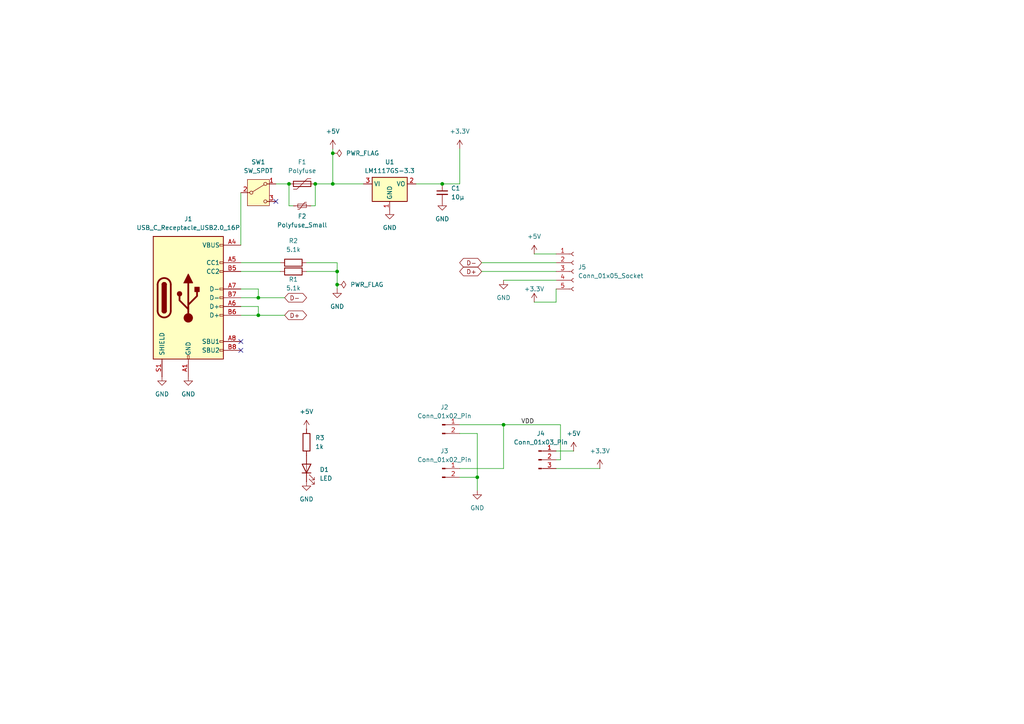
<source format=kicad_sch>
(kicad_sch (version 20250114) (generator "eeschema") (generator_version "9.0")
  (paper "A4")
  (title_block (title "USB Type-C Power Adaptor for Breadboard") (date "2025-07-14") (rev "3") (company "K.Takata"))
  (lib_symbols
    (symbol "Connector:Conn_01x02_Pin" (pin_names (offset 1.016) (hide yes))
      (property "Reference" "J" (at 0 2.54 0))
      (property "Value" "Conn_01x02_Pin" (at 0 -5.08 0))
      (symbol "Conn_01x02_Pin_1_1"
        (rectangle (start 0.8636 0.127) (end 0 -0.127) (stroke (width 0.1524)) (fill (type outline)))
        (rectangle (start 0.8636 -2.413) (end 0 -2.667) (stroke (width 0.1524)) (fill (type outline)))
        (polyline (pts (xy 1.27 0) (xy 0.8636 0)) (stroke (width 0.1524)))
        (polyline (pts (xy 1.27 -2.54) (xy 0.8636 -2.54)) (stroke (width 0.1524)))
        (pin passive line (at 5.08 0 180) (length 3.81) (name "Pin_1") (number "1"))
        (pin passive line (at 5.08 -2.54 180) (length 3.81) (name "Pin_2") (number "2"))
      )
    )
    (symbol "Connector:Conn_01x03_Pin" (pin_names (offset 1.016) (hide yes))
      (property "Reference" "J" (at 0 5.08 0))
      (property "Value" "Conn_01x03_Pin" (at 0 -5.08 0))
      (symbol "Conn_01x03_Pin_1_1"
        (rectangle (start 0.8636 2.667) (end 0 2.413) (stroke (width 0.1524)) (fill (type outline)))
        (rectangle (start 0.8636 0.127) (end 0 -0.127) (stroke (width 0.1524)) (fill (type outline)))
        (rectangle (start 0.8636 -2.413) (end 0 -2.667) (stroke (width 0.1524)) (fill (type outline)))
        (polyline (pts (xy 1.27 2.54) (xy 0.8636 2.54)) (stroke (width 0.1524)))
        (polyline (pts (xy 1.27 0) (xy 0.8636 0)) (stroke (width 0.1524)))
        (polyline (pts (xy 1.27 -2.54) (xy 0.8636 -2.54)) (stroke (width 0.1524)))
        (pin passive line (at 5.08 2.54 180) (length 3.81) (name "Pin_1") (number "1"))
        (pin passive line (at 5.08 0 180) (length 3.81) (name "Pin_2") (number "2"))
        (pin passive line (at 5.08 -2.54 180) (length 3.81) (name "Pin_3") (number "3"))
      )
    )
    (symbol "Connector:Conn_01x05_Socket" (pin_names (offset 1.016) (hide yes))
      (property "Reference" "J" (at 0 7.62 0))
      (property "Value" "Conn_01x05_Socket" (at 0 -7.62 0))
      (symbol "Conn_01x05_Socket_1_1"
        (polyline (pts (xy -1.27 5.08) (xy -0.508 5.08)) (stroke (width 0.1524)))
        (polyline (pts (xy -1.27 2.54) (xy -0.508 2.54)) (stroke (width 0.1524)))
        (polyline (pts (xy -1.27 0) (xy -0.508 0)) (stroke (width 0.1524)))
        (polyline (pts (xy -1.27 -2.54) (xy -0.508 -2.54)) (stroke (width 0.1524)))
        (polyline (pts (xy -1.27 -5.08) (xy -0.508 -5.08)) (stroke (width 0.1524)))
        (arc (start 0 4.572) (mid -0.5058 5.08) (end 0 5.588) (stroke (width 0.1524)))
        (arc (start 0 2.032) (mid -0.5058 2.54) (end 0 3.048) (stroke (width 0.1524)))
        (arc (start 0 -0.508) (mid -0.5058 0) (end 0 0.508) (stroke (width 0.1524)))
        (arc (start 0 -3.048) (mid -0.5058 -2.54) (end 0 -2.032) (stroke (width 0.1524)))
        (arc (start 0 -5.588) (mid -0.5058 -5.08) (end 0 -4.572) (stroke (width 0.1524)))
        (pin passive line (at -5.08 5.08 0) (length 3.81) (name "Pin_1") (number "1"))
        (pin passive line (at -5.08 2.54 0) (length 3.81) (name "Pin_2") (number "2"))
        (pin passive line (at -5.08 0 0) (length 3.81) (name "Pin_3") (number "3"))
        (pin passive line (at -5.08 -2.54 0) (length 3.81) (name "Pin_4") (number "4"))
        (pin passive line (at -5.08 -5.08 0) (length 3.81) (name "Pin_5") (number "5"))
      )
    )
    (symbol "Connector:USB_C_Receptacle_USB2.0_16P" (pin_names (offset 1.016))
      (property "Reference" "J" (at 0 22.225 0))
      (property "Value" "USB_C_Receptacle_USB2.0_16P" (at 0 19.685 0))
      (symbol "USB_C_Receptacle_USB2.0_16P_0_0"
        (rectangle (start -0.254 -17.78) (end 0.254 -16.764))
        (rectangle (start 10.16 15.494) (end 9.144 14.986))
        (rectangle (start 10.16 10.414) (end 9.144 9.906))
        (rectangle (start 10.16 7.874) (end 9.144 7.366))
        (rectangle (start 10.16 2.794) (end 9.144 2.286))
        (rectangle (start 10.16 0.254) (end 9.144 -0.254))
        (rectangle (start 10.16 -2.286) (end 9.144 -2.794))
        (rectangle (start 10.16 -4.826) (end 9.144 -5.334))
        (rectangle (start 10.16 -12.446) (end 9.144 -12.954))
        (rectangle (start 10.16 -14.986) (end 9.144 -15.494))
      )
      (symbol "USB_C_Receptacle_USB2.0_16P_0_1"
        (rectangle (start -10.16 17.78) (end 10.16 -17.78) (stroke (width 0.254)) (fill (type background)))
        (polyline (pts (xy -8.89 -3.81) (xy -8.89 3.81)) (stroke (width 0.508)))
        (rectangle (start -7.62 -3.81) (end -6.35 3.81) (stroke (width 0.254)) (fill (type outline)))
        (arc (start -7.62 3.81) (mid -6.985 4.4423) (end -6.35 3.81) (stroke (width 0.254)))
        (arc (start -7.62 3.81) (mid -6.985 4.4423) (end -6.35 3.81) (stroke (width 0.254)) (fill (type outline)))
        (arc (start -8.89 3.81) (mid -6.985 5.7067) (end -5.08 3.81) (stroke (width 0.508)))
        (arc (start -5.08 -3.81) (mid -6.985 -5.7067) (end -8.89 -3.81) (stroke (width 0.508)))
        (arc (start -6.35 -3.81) (mid -6.985 -4.4423) (end -7.62 -3.81) (stroke (width 0.254)))
        (arc (start -6.35 -3.81) (mid -6.985 -4.4423) (end -7.62 -3.81) (stroke (width 0.254)) (fill (type outline)))
        (polyline (pts (xy -5.08 3.81) (xy -5.08 -3.81)) (stroke (width 0.508)))
        (circle (center -2.54 1.143) (radius 0.635) (stroke (width 0.254)) (fill (type outline)))
        (polyline (pts (xy -1.27 4.318) (xy 0 6.858) (xy 1.27 4.318) (xy -1.27 4.318)) (stroke (width 0.254)) (fill (type outline)))
        (polyline (pts (xy 0 -2.032) (xy 2.54 0.508) (xy 2.54 1.778)) (stroke (width 0.508)))
        (polyline (pts (xy 0 -3.302) (xy -2.54 -0.762) (xy -2.54 0.508)) (stroke (width 0.508)))
        (polyline (pts (xy 0 -5.842) (xy 0 4.318)) (stroke (width 0.508)))
        (circle (center 0 -5.842) (radius 1.27) (fill (type outline)))
        (rectangle (start 1.905 1.778) (end 3.175 3.048) (stroke (width 0.254)) (fill (type outline)))
      )
      (symbol "USB_C_Receptacle_USB2.0_16P_1_1"
        (pin passive line (at -7.62 -22.86 90) (length 5.08) (name "SHIELD") (number "S1"))
        (pin passive line (at 0 -22.86 90) (length 5.08) (name "GND") (number "A1"))
        (pin passive line (at 0 -22.86 90) (length 5.08) (hide yes) (name "GND") (number "A12"))
        (pin passive line (at 0 -22.86 90) (length 5.08) (hide yes) (name "GND") (number "B1"))
        (pin passive line (at 0 -22.86 90) (length 5.08) (hide yes) (name "GND") (number "B12"))
        (pin passive line (at 15.24 15.24 180) (length 5.08) (name "VBUS") (number "A4"))
        (pin passive line (at 15.24 15.24 180) (length 5.08) (hide yes) (name "VBUS") (number "A9"))
        (pin passive line (at 15.24 15.24 180) (length 5.08) (hide yes) (name "VBUS") (number "B4"))
        (pin passive line (at 15.24 15.24 180) (length 5.08) (hide yes) (name "VBUS") (number "B9"))
        (pin bidirectional line (at 15.24 10.16 180) (length 5.08) (name "CC1") (number "A5"))
        (pin bidirectional line (at 15.24 7.62 180) (length 5.08) (name "CC2") (number "B5"))
        (pin bidirectional line (at 15.24 2.54 180) (length 5.08) (name "D-") (number "A7"))
        (pin bidirectional line (at 15.24 0 180) (length 5.08) (name "D-") (number "B7"))
        (pin bidirectional line (at 15.24 -2.54 180) (length 5.08) (name "D+") (number "A6"))
        (pin bidirectional line (at 15.24 -5.08 180) (length 5.08) (name "D+") (number "B6"))
        (pin bidirectional line (at 15.24 -12.7 180) (length 5.08) (name "SBU1") (number "A8"))
        (pin bidirectional line (at 15.24 -15.24 180) (length 5.08) (name "SBU2") (number "B8"))
      )
    )
    (symbol "Device:C_Small" (pin_numbers (hide yes)) (pin_names (offset 0.254) (hide yes))
      (property "Reference" "C" (at 0.254 1.778 0))
      (property "Value" "C_Small" (at 0.254 -2.032 0))
      (symbol "C_Small_0_1"
        (polyline (pts (xy -1.524 0.508) (xy 1.524 0.508)) (stroke (width 0.3048)))
        (polyline (pts (xy -1.524 -0.508) (xy 1.524 -0.508)) (stroke (width 0.3302)))
      )
      (symbol "C_Small_1_1"
        (pin passive line (at 0 2.54 270) (length 2.032) (name "~") (number "1"))
        (pin passive line (at 0 -2.54 90) (length 2.032) (name "~") (number "2"))
      )
    )
    (symbol "Device:LED" (pin_numbers (hide yes)) (pin_names (offset 1.016) (hide yes))
      (property "Reference" "D" (at 0 2.54 0))
      (property "Value" "LED" (at 0 -2.54 0))
      (symbol "LED_0_1"
        (polyline (pts (xy -3.048 -0.762) (xy -4.572 -2.286) (xy -3.81 -2.286) (xy -4.572 -2.286) (xy -4.572 -1.524)))
        (polyline (pts (xy -1.778 -0.762) (xy -3.302 -2.286) (xy -2.54 -2.286) (xy -3.302 -2.286) (xy -3.302 -1.524)))
        (polyline (pts (xy -1.27 0) (xy 1.27 0)))
        (polyline (pts (xy -1.27 -1.27) (xy -1.27 1.27)) (stroke (width 0.254)))
        (polyline (pts (xy 1.27 -1.27) (xy 1.27 1.27) (xy -1.27 0) (xy 1.27 -1.27)) (stroke (width 0.254)))
      )
      (symbol "LED_1_1"
        (pin passive line (at -3.81 0 0) (length 2.54) (name "K") (number "1"))
        (pin passive line (at 3.81 0 180) (length 2.54) (name "A") (number "2"))
      )
    )
    (symbol "Device:Polyfuse" (pin_numbers (hide yes)) (pin_names (offset 0))
      (property "Reference" "F" (at -2.54 0 90))
      (property "Value" "Polyfuse" (at 2.54 0 90))
      (symbol "Polyfuse_0_1"
        (polyline (pts (xy -1.524 2.54) (xy -1.524 1.524) (xy 1.524 -1.524) (xy 1.524 -2.54)))
        (rectangle (start -0.762 2.54) (end 0.762 -2.54) (stroke (width 0.254)))
        (polyline (pts (xy 0 2.54) (xy 0 -2.54)))
      )
      (symbol "Polyfuse_1_1"
        (pin passive line (at 0 3.81 270) (length 1.27) (name "~") (number "1"))
        (pin passive line (at 0 -3.81 90) (length 1.27) (name "~") (number "2"))
      )
    )
    (symbol "Device:Polyfuse_Small" (pin_numbers (hide yes)) (pin_names (offset 0))
      (property "Reference" "F" (at -1.905 0 90))
      (property "Value" "Polyfuse_Small" (at 1.905 0 90))
      (symbol "Polyfuse_Small_0_1"
        (polyline (pts (xy -1.016 1.27) (xy -1.016 0.762) (xy 1.016 -0.762) (xy 1.016 -1.27)))
        (rectangle (start -0.508 1.27) (end 0.508 -1.27))
        (polyline (pts (xy 0 2.54) (xy 0 -2.54)))
      )
      (symbol "Polyfuse_Small_1_1"
        (pin passive line (at 0 2.54 270) (length 0.635) (name "~") (number "1"))
        (pin passive line (at 0 -2.54 90) (length 0.635) (name "~") (number "2"))
      )
    )
    (symbol "Device:R" (pin_numbers (hide yes)) (pin_names (offset 0))
      (property "Reference" "R" (at 2.032 0 90))
      (property "Value" "R" (at 0 0 90))
      (symbol "R_0_1"
        (rectangle (start -1.016 -2.54) (end 1.016 2.54) (stroke (width 0.254)))
      )
      (symbol "R_1_1"
        (pin passive line (at 0 3.81 270) (length 1.27) (name "~") (number "1"))
        (pin passive line (at 0 -3.81 90) (length 1.27) (name "~") (number "2"))
      )
    )
    (symbol "Regulator_Linear:AP1117-33"
      (property "Reference" "U" (at -3.81 3.175 0))
      (property "Value" "AP1117-33" (at 0 3.175 0))
      (symbol "AP1117-33_0_1"
        (rectangle (start -5.08 -5.08) (end 5.08 1.905) (stroke (width 0.254)) (fill (type background)))
      )
      (symbol "AP1117-33_1_1"
        (pin power_in line (at -7.62 0 0) (length 2.54) (name "VI") (number "3"))
        (pin power_in line (at 0 -7.62 90) (length 2.54) (name "GND") (number "1"))
        (pin power_out line (at 7.62 0 180) (length 2.54) (name "VO") (number "2"))
      )
    )
    (symbol "Switch:SW_SPDT" (pin_names (offset 0) (hide yes))
      (property "Reference" "SW" (at 0 5.08 0))
      (property "Value" "SW_SPDT" (at 0 -5.08 0))
      (symbol "SW_SPDT_0_1"
        (circle (center -2.032 0) (radius 0.4572))
        (polyline (pts (xy -1.651 0.254) (xy 1.651 2.286)))
        (circle (center 2.032 2.54) (radius 0.4572))
        (circle (center 2.032 -2.54) (radius 0.4572))
      )
      (symbol "SW_SPDT_1_1"
        (rectangle (start -3.175 3.81) (end 3.175 -3.81) (fill (type background)))
        (pin passive line (at -5.08 0 0) (length 2.54) (name "B") (number "2"))
        (pin passive line (at 5.08 2.54 180) (length 2.54) (name "A") (number "1"))
        (pin passive line (at 5.08 -2.54 180) (length 2.54) (name "C") (number "3"))
      )
    )
    (symbol "power:+3.3V" (power) (pin_numbers (hide yes)) (pin_names (offset 0) (hide yes))
      (property "Value" "+3.3V" (at 0 3.556 0))
      (symbol "+3.3V_0_1"
        (polyline (pts (xy -0.762 1.27) (xy 0 2.54)))
        (polyline (pts (xy 0 2.54) (xy 0.762 1.27)))
        (polyline (pts (xy 0 0) (xy 0 2.54)))
      )
      (symbol "+3.3V_1_1"
        (pin power_in line (at 0 0 90) (length 0) (name "~") (number "1"))
      )
    )
    (symbol "power:+5V" (power) (pin_numbers (hide yes)) (pin_names (offset 0) (hide yes))
      (property "Value" "+5V" (at 0 3.556 0))
      (symbol "+5V_0_1"
        (polyline (pts (xy -0.762 1.27) (xy 0 2.54)))
        (polyline (pts (xy 0 2.54) (xy 0.762 1.27)))
        (polyline (pts (xy 0 0) (xy 0 2.54)))
      )
      (symbol "+5V_1_1"
        (pin power_in line (at 0 0 90) (length 0) (name "~") (number "1"))
      )
    )
    (symbol "power:GND" (power) (pin_numbers (hide yes)) (pin_names (offset 0) (hide yes))
      (property "Value" "GND" (at 0 -3.81 0))
      (symbol "GND_0_1"
        (polyline (pts (xy 0 0) (xy 0 -1.27) (xy 1.27 -1.27) (xy 0 -2.54) (xy -1.27 -1.27) (xy 0 -1.27)))
      )
      (symbol "GND_1_1"
        (pin power_in line (at 0 0 270) (length 0) (name "~") (number "1"))
      )
    )
    (symbol "power:PWR_FLAG" (power) (pin_numbers (hide yes)) (pin_names (offset 0) (hide yes))
      (property "Value" "PWR_FLAG" (at 0 3.81 0))
      (symbol "PWR_FLAG_0_0"
        (pin power_out line (at 0 0 90) (length 0) (name "~") (number "1"))
      )
      (symbol "PWR_FLAG_0_1"
        (polyline (pts (xy 0 0) (xy 0 1.27) (xy -1.016 1.905) (xy 0 2.54) (xy 1.016 1.905) (xy 0 1.27)))
      )
    )
  )
  (junction (at 97.79 78.74))
  (junction (at 74.93 86.36))
  (junction (at 128.27 53.34))
  (junction (at 96.52 53.34))
  (junction (at 96.52 44.45))
  (junction (at 138.43 138.43))
  (junction (at 91.44 53.34))
  (junction (at 74.93 91.44))
  (junction (at 97.79 82.55))
  (junction (at 146.05 123.19))
  (junction (at 83.82 53.34))
  (no_connect (at 69.85 99.06))
  (no_connect (at 80.01 58.42))
  (no_connect (at 69.85 101.6))
  (wire (pts (xy 146.05 81.28) (xy 161.29 81.28)))
  (wire (pts (xy 139.7 78.74) (xy 161.29 78.74)))
  (wire (pts (xy 162.56 133.35) (xy 161.29 133.35)))
  (wire (pts (xy 85.09 59.69) (xy 83.82 59.69)))
  (wire (pts (xy 133.35 135.89) (xy 146.05 135.89)))
  (wire (pts (xy 97.79 76.2) (xy 97.79 78.74)))
  (wire (pts (xy 133.35 138.43) (xy 138.43 138.43)))
  (wire (pts (xy 74.93 91.44) (xy 82.55 91.44)))
  (wire (pts (xy 161.29 130.81) (xy 166.37 130.81)))
  (wire (pts (xy 69.85 78.74) (xy 81.28 78.74)))
  (wire (pts (xy 97.79 82.55) (xy 97.79 83.82)))
  (wire (pts (xy 96.52 44.45) (xy 96.52 53.34)))
  (wire (pts (xy 96.52 43.18) (xy 96.52 44.45)))
  (wire (pts (xy 154.94 73.66) (xy 161.29 73.66)))
  (wire (pts (xy 128.27 53.34) (xy 120.65 53.34)))
  (wire (pts (xy 91.44 59.69) (xy 91.44 53.34)))
  (wire (pts (xy 161.29 135.89) (xy 173.99 135.89)))
  (wire (pts (xy 74.93 83.82) (xy 74.93 86.36)))
  (wire (pts (xy 146.05 135.89) (xy 146.05 123.19)))
  (wire (pts (xy 69.85 91.44) (xy 74.93 91.44)))
  (wire (pts (xy 138.43 138.43) (xy 138.43 142.24)))
  (wire (pts (xy 139.7 76.2) (xy 161.29 76.2)))
  (wire (pts (xy 96.52 53.34) (xy 105.41 53.34)))
  (wire (pts (xy 133.35 123.19) (xy 146.05 123.19)))
  (wire (pts (xy 133.35 43.18) (xy 133.35 53.34)))
  (wire (pts (xy 88.9 78.74) (xy 97.79 78.74)))
  (wire (pts (xy 69.85 86.36) (xy 74.93 86.36)))
  (wire (pts (xy 69.85 76.2) (xy 81.28 76.2)))
  (wire (pts (xy 162.56 123.19) (xy 162.56 133.35)))
  (wire (pts (xy 138.43 125.73) (xy 138.43 138.43)))
  (wire (pts (xy 161.29 83.82) (xy 161.29 87.63)))
  (wire (pts (xy 74.93 88.9) (xy 74.93 91.44)))
  (wire (pts (xy 97.79 78.74) (xy 97.79 82.55)))
  (wire (pts (xy 74.93 86.36) (xy 82.55 86.36)))
  (wire (pts (xy 161.29 87.63) (xy 154.94 87.63)))
  (wire (pts (xy 80.01 53.34) (xy 83.82 53.34)))
  (wire (pts (xy 133.35 53.34) (xy 128.27 53.34)))
  (wire (pts (xy 69.85 88.9) (xy 74.93 88.9)))
  (wire (pts (xy 83.82 59.69) (xy 83.82 53.34)))
  (wire (pts (xy 88.9 76.2) (xy 97.79 76.2)))
  (wire (pts (xy 91.44 53.34) (xy 96.52 53.34)))
  (wire (pts (xy 146.05 123.19) (xy 162.56 123.19)))
  (wire (pts (xy 69.85 83.82) (xy 74.93 83.82)))
  (wire (pts (xy 133.35 125.73) (xy 138.43 125.73)))
  (wire (pts (xy 69.85 55.88) (xy 69.85 71.12)))
  (wire (pts (xy 90.17 59.69) (xy 91.44 59.69)))
  (label "VDD" (at 151.13 123.19 0))
  (global_label "D+" (shape bidirectional) (at 139.7 78.74 180) (property "Intersheetrefs" "${INTERSHEET_REFS}" (effects (hide yes))))
  (global_label "D+" (shape bidirectional) (at 82.55 91.44 0) (property "Intersheetrefs" "${INTERSHEET_REFS}" (effects (hide yes))))
  (global_label "D-" (shape bidirectional) (at 82.55 86.36 0) (property "Intersheetrefs" "${INTERSHEET_REFS}" (effects (hide yes))))
  (global_label "D-" (shape bidirectional) (at 139.7 76.2 180) (property "Intersheetrefs" "${INTERSHEET_REFS}" (effects (hide yes))))
  (symbol (lib_id "Device:Polyfuse") (at 87.63 53.34 90) (unit 1)
    (property "Reference" "F1" (at 87.63 46.99 90))
    (property "Value" "Polyfuse" (at 87.63 49.53 90))
    (property "Footprint" "Capacitor_THT:C_Disc_D4.3mm_W1.9mm_P5.00mm" (effects (hide yes)))
    (property "Description" "Resettable fuse, polymeric positive temperature coefficient" (effects (hide yes)))
  )
  (symbol (lib_id "power:+5V") (at 96.52 43.18 0) (unit 1)
    (property "Reference" "#PWR05" (effects (hide yes)))
    (property "Value" "+5V" (at 96.52 38.1 0))
    (property "Description" "Power symbol creates a global label with name \"+5V\"" (effects (hide yes)))
  )
  (symbol (lib_id "power:GND") (at 54.61 109.22 0) (unit 1)
    (property "Reference" "#PWR02" (effects (hide yes)))
    (property "Value" "GND" (at 54.61 114.3 0))
    (property "Description" "Power symbol creates a global label with name \"GND\" , ground" (effects (hide yes)))
  )
  (symbol (lib_id "power:GND") (at 46.99 109.22 0) (unit 1)
    (property "Reference" "#PWR01" (effects (hide yes)))
    (property "Value" "GND" (at 46.99 114.3 0))
    (property "Description" "Power symbol creates a global label with name \"GND\" , ground" (effects (hide yes)))
  )
  (symbol (lib_id "Device:R") (at 85.09 76.2 90) (unit 1)
    (property "Reference" "R2" (at 85.09 69.85 90))
    (property "Value" "5.1k" (at 85.09 72.39 90))
    (property "Footprint" "Resistor_SMD:R_0603_1608Metric_Pad0.98x0.95mm_HandSolder" (effects (hide yes)))
    (property "Description" "Resistor" (effects (hide yes)))
  )
  (symbol (lib_id "Connector:Conn_01x03_Pin") (at 156.21 133.35 0) (unit 1)
    (property "Reference" "J4" (at 156.845 125.73 0))
    (property "Value" "Conn_01x03_Pin" (at 156.845 128.27 0))
    (property "Footprint" "Connector_PinHeader_2.54mm:PinHeader_1x03_P2.54mm_Vertical" (effects (hide yes)))
    (property "Description" "Generic connector, single row, 01x03, script generated" (effects (hide yes)))
  )
  (symbol (lib_id "Device:C_Small") (at 128.27 55.88 0) (unit 1)
    (property "Reference" "C1" (at 130.81 54.6162 0) (effects (justify left)))
    (property "Value" "10μ" (at 130.81 57.1562 0) (effects (justify left)))
    (property "Footprint" "Capacitor_SMD:C_1210_3225Metric_Pad1.33x2.70mm_HandSolder" (effects (hide yes)))
    (property "Description" "Unpolarized capacitor, small symbol" (effects (hide yes)))
  )
  (symbol (lib_id "power:PWR_FLAG") (at 96.52 44.45 270) (unit 1)
    (property "Reference" "#FLG01" (effects (hide yes)))
    (property "Value" "PWR_FLAG" (at 100.33 44.4499 90) (effects (justify left)))
    (property "Description" "Special symbol for telling ERC where power comes from" (effects (hide yes)))
  )
  (symbol (lib_id "power:GND") (at 138.43 142.24 0) (unit 1)
    (property "Reference" "#PWR010" (effects (hide yes)))
    (property "Value" "GND" (at 138.43 147.32 0))
    (property "Description" "Power symbol creates a global label with name \"GND\" , ground" (effects (hide yes)))
  )
  (symbol (lib_id "power:+3.3V") (at 173.99 135.89 0) (unit 1)
    (property "Reference" "#PWR015" (effects (hide yes)))
    (property "Value" "+3.3V" (at 173.99 130.81 0))
    (property "Description" "Power symbol creates a global label with name \"+3.3V\"" (effects (hide yes)))
  )
  (symbol (lib_id "power:GND") (at 128.27 58.42 0) (unit 1)
    (property "Reference" "#PWR08" (effects (hide yes)))
    (property "Value" "GND" (at 128.27 63.5 0))
    (property "Description" "Power symbol creates a global label with name \"GND\" , ground" (effects (hide yes)))
  )
  (symbol (lib_id "Switch:SW_SPDT") (at 74.93 55.88 0) (unit 1)
    (property "Reference" "SW1" (at 74.93 46.99 0))
    (property "Value" "SW_SPDT" (at 74.93 49.53 0))
    (property "Footprint" "Connector_PinHeader_2.54mm:PinHeader_1x03_P2.54mm_Vertical" (effects (hide yes)))
    (property "Description" "Switch, single pole double throw" (effects (hide yes)))
  )
  (symbol (lib_id "power:+5V") (at 154.94 73.66 0) (unit 1)
    (property "Reference" "#PWR012" (effects (hide yes)))
    (property "Value" "+5V" (at 154.94 68.58 0))
    (property "Description" "Power symbol creates a global label with name \"+5V\"" (effects (hide yes)))
  )
  (symbol (lib_id "power:PWR_FLAG") (at 97.79 82.55 270) (unit 1)
    (property "Reference" "#FLG02" (effects (hide yes)))
    (property "Value" "PWR_FLAG" (at 101.6 82.5499 90) (effects (justify left)))
    (property "Description" "Special symbol for telling ERC where power comes from" (effects (hide yes)))
  )
  (symbol (lib_id "power:GND") (at 88.9 139.7 0) (unit 1)
    (property "Reference" "#PWR04" (effects (hide yes)))
    (property "Value" "GND" (at 88.9 144.78 0))
    (property "Description" "Power symbol creates a global label with name \"GND\" , ground" (effects (hide yes)))
  )
  (symbol (lib_id "Device:Polyfuse_Small") (at 87.63 59.69 90) (unit 1)
    (property "Reference" "F2" (at 87.63 62.738 90))
    (property "Value" "Polyfuse_Small" (at 87.63 65.278 90))
    (property "Footprint" "Fuse:Fuse_1206_3216Metric_Pad1.42x1.75mm_HandSolder" (effects (hide yes)))
    (property "Description" "Resettable fuse, polymeric positive temperature coefficient, small symbol" (effects (hide yes)))
  )
  (symbol (lib_id "Connector:USB_C_Receptacle_USB2.0_16P") (at 54.61 86.36 0) (unit 1)
    (property "Reference" "J1" (at 54.61 63.5 0))
    (property "Value" "USB_C_Receptacle_USB2.0_16P" (at 54.61 66.04 0))
    (property "Footprint" "Connector_USB:USB_C_Receptacle_XKB_U262-16XN-4BVC11" (effects (hide yes)))
    (property "Datasheet" "https://www.usb.org/sites/default/files/documents/usb_type-c.zip" (effects (hide yes)))
    (property "Description" "USB 2.0-only 16P Type-C Receptacle connector" (effects (hide yes)))
  )
  (symbol (lib_id "Connector:Conn_01x02_Pin") (at 128.27 123.19 0) (unit 1)
    (property "Reference" "J2" (at 128.905 118.11 0))
    (property "Value" "Conn_01x02_Pin" (at 128.905 120.65 0))
    (property "Footprint" "Connector_PinHeader_2.54mm:PinHeader_1x02_P2.54mm_Vertical" (effects (hide yes)))
    (property "Description" "Generic connector, single row, 01x02, script generated" (effects (hide yes)))
  )
  (symbol (lib_id "Connector:Conn_01x02_Pin") (at 128.27 135.89 0) (unit 1)
    (property "Reference" "J3" (at 128.905 130.81 0))
    (property "Value" "Conn_01x02_Pin" (at 128.905 133.35 0))
    (property "Footprint" "Connector_PinHeader_2.54mm:PinHeader_1x02_P2.54mm_Vertical" (effects (hide yes)))
    (property "Description" "Generic connector, single row, 01x02, script generated" (effects (hide yes)))
  )
  (symbol (lib_id "power:+5V") (at 88.9 124.46 0) (unit 1)
    (property "Reference" "#PWR03" (effects (hide yes)))
    (property "Value" "+5V" (at 88.9 119.38 0))
    (property "Description" "Power symbol creates a global label with name \"+5V\"" (effects (hide yes)))
  )
  (symbol (lib_id "power:+3.3V") (at 133.35 43.18 0) (unit 1)
    (property "Reference" "#PWR09" (effects (hide yes)))
    (property "Value" "+3.3V" (at 133.35 38.1 0))
    (property "Description" "Power symbol creates a global label with name \"+3.3V\"" (effects (hide yes)))
  )
  (symbol (lib_id "Device:R") (at 85.09 78.74 90) (unit 1)
    (property "Reference" "R1" (at 85.09 81.026 90))
    (property "Value" "5.1k" (at 85.09 83.566 90))
    (property "Footprint" "Resistor_SMD:R_0603_1608Metric_Pad0.98x0.95mm_HandSolder" (effects (hide yes)))
    (property "Description" "Resistor" (effects (hide yes)))
  )
  (symbol (lib_id "Device:LED") (at 88.9 135.89 90) (unit 1)
    (property "Reference" "D1" (at 92.71 136.2074 90) (effects (justify right)))
    (property "Value" "LED" (at 92.71 138.7474 90) (effects (justify right)))
    (property "Footprint" "LED_THT:LED_Rectangular_W5.0mm_H2.0mm" (effects (hide yes)))
    (property "Description" "Light emitting diode" (effects (hide yes)))
    (property "Sim.Pins" "1=K 2=A" (effects (hide yes)))
  )
  (symbol (lib_id "power:GND") (at 97.79 83.82 0) (unit 1)
    (property "Reference" "#PWR06" (effects (hide yes)))
    (property "Value" "GND" (at 97.79 88.9 0))
    (property "Description" "Power symbol creates a global label with name \"GND\" , ground" (effects (hide yes)))
  )
  (symbol (lib_id "Regulator_Linear:AP1117-33") (at 113.03 53.34 0) (unit 1)
    (property "Reference" "U1" (at 113.03 46.99 0))
    (property "Value" "LM1117GS-3.3" (at 113.03 49.53 0))
    (property "Footprint" "Package_TO_SOT_SMD:SOT-223-3_TabPin2" (effects (hide yes)))
    (property "Datasheet" "http://www.diodes.com/datasheets/AP1117.pdf" (effects (hide yes)))
    (property "Description" "1A Low Dropout regulator, positive, 3.3V fixed output, SOT-223" (effects (hide yes)))
  )
  (symbol (lib_id "Connector:Conn_01x05_Socket") (at 166.37 78.74 0) (unit 1)
    (property "Reference" "J5" (at 167.64 77.4699 0) (effects (justify left)))
    (property "Value" "Conn_01x05_Socket" (at 167.64 80.0099 0) (effects (justify left)))
    (property "Footprint" "Connector_PinSocket_2.54mm:PinSocket_1x05_P2.54mm_Vertical" (effects (hide yes)))
    (property "Description" "Generic connector, single row, 01x05, script generated" (effects (hide yes)))
  )
  (symbol (lib_id "power:GND") (at 146.05 81.28 0) (unit 1)
    (property "Reference" "#PWR011" (effects (hide yes)))
    (property "Value" "GND" (at 146.05 86.36 0))
    (property "Description" "Power symbol creates a global label with name \"GND\" , ground" (effects (hide yes)))
  )
  (symbol (lib_id "power:GND") (at 113.03 60.96 0) (unit 1)
    (property "Reference" "#PWR07" (effects (hide yes)))
    (property "Value" "GND" (at 113.03 66.04 0))
    (property "Description" "Power symbol creates a global label with name \"GND\" , ground" (effects (hide yes)))
  )
  (symbol (lib_id "power:+5V") (at 166.37 130.81 0) (unit 1)
    (property "Reference" "#PWR014" (effects (hide yes)))
    (property "Value" "+5V" (at 166.37 125.73 0))
    (property "Description" "Power symbol creates a global label with name \"+5V\"" (effects (hide yes)))
  )
  (symbol (lib_id "Device:R") (at 88.9 128.27 180) (unit 1)
    (property "Reference" "R3" (at 91.44 126.9999 0) (effects (justify right)))
    (property "Value" "1k" (at 91.44 129.5399 0) (effects (justify right)))
    (property "Footprint" "Resistor_THT:R_Axial_DIN0204_L3.6mm_D1.6mm_P2.54mm_Vertical" (effects (hide yes)))
    (property "Description" "Resistor" (effects (hide yes)))
  )
  (symbol (lib_id "power:+3.3V") (at 154.94 87.63 0) (unit 1)
    (property "Reference" "#PWR013" (effects (hide yes)))
    (property "Value" "+3.3V" (at 154.94 83.82 0))
    (property "Description" "Power symbol creates a global label with name \"+3.3V\"" (effects (hide yes)))
  )
)
</source>
